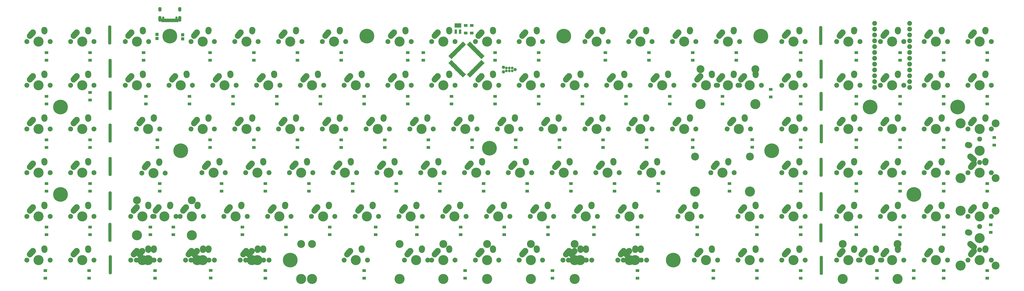
<source format=gbs>
G04 #@! TF.GenerationSoftware,KiCad,Pcbnew,(5.0.0-rc2-dev-733-g23a9fcd91)*
G04 #@! TF.CreationDate,2018-06-11T13:16:23-04:00*
G04 #@! TF.ProjectId,100plus-2,313030706C75732D322E6B696361645F,rev?*
G04 #@! TF.SameCoordinates,Original*
G04 #@! TF.FileFunction,Soldermask,Bot*
G04 #@! TF.FilePolarity,Negative*
%FSLAX45Y45*%
G04 Gerber Fmt 4.5, Leading zero omitted, Abs format (unit mm)*
G04 Created by KiCad (PCBNEW (5.0.0-rc2-dev-733-g23a9fcd91)) date 06/11/18 13:16:23*
%MOMM*%
%LPD*%
G01*
G04 APERTURE LIST*
%ADD10C,2.650000*%
%ADD11C,2.650000*%
%ADD12C,4.387800*%
%ADD13C,2.150000*%
%ADD14R,1.400000X1.395000*%
%ADD15O,1.400000X8.400000*%
%ADD16R,1.600000X1.300000*%
%ADD17C,3.448000*%
%ADD18R,0.700000X1.550000*%
%ADD19R,1.000000X1.550000*%
%ADD20O,1.400000X2.500000*%
%ADD21C,1.050000*%
%ADD22O,1.400000X2.000000*%
%ADD23C,1.184860*%
%ADD24C,1.388060*%
%ADD25C,1.385520*%
%ADD26R,1.050000X1.960000*%
%ADD27C,0.950000*%
%ADD28C,0.100000*%
%ADD29C,1.400000*%
%ADD30C,6.400000*%
%ADD31C,2.082800*%
G04 APERTURE END LIST*
D10*
X15253875Y-16189750D03*
D11*
X15251875Y-16218750D02*
X15255875Y-16160750D01*
D10*
X15255875Y-16160750D03*
X14686375Y-16341750D03*
D11*
X14620875Y-16414750D02*
X14751875Y-16268750D01*
D12*
X15001875Y-16668750D03*
D10*
X14751875Y-16268750D03*
D13*
X14493875Y-16668750D03*
X15509875Y-16668750D03*
D14*
X12701000Y-8927750D03*
X12701000Y-8750250D03*
D13*
X26463625Y-9048750D03*
X25447625Y-9048750D03*
D10*
X25705625Y-8648750D03*
D12*
X25955625Y-9048750D03*
D10*
X25640125Y-8721750D03*
D11*
X25574625Y-8794750D02*
X25705625Y-8648750D01*
D10*
X26209625Y-8540750D03*
X26207625Y-8569750D03*
D11*
X26205625Y-8598750D02*
X26209625Y-8540750D01*
D10*
X10967625Y-8569750D03*
D11*
X10965625Y-8598750D02*
X10969625Y-8540750D01*
D10*
X10969625Y-8540750D03*
X10400125Y-8721750D03*
D11*
X10334625Y-8794750D02*
X10465625Y-8648750D01*
D12*
X10715625Y-9048750D03*
D10*
X10465625Y-8648750D03*
D13*
X10207625Y-9048750D03*
X11223625Y-9048750D03*
D15*
X9553000Y-18775000D03*
X9543000Y-14492000D03*
X9548000Y-13037000D03*
X9543000Y-15994000D03*
X9527000Y-8759000D03*
X9537000Y-17361000D03*
X9543000Y-11626000D03*
X9543000Y-10217000D03*
D10*
X39542625Y-10474750D03*
D11*
X39540625Y-10503750D02*
X39544625Y-10445750D01*
D10*
X39544625Y-10445750D03*
X38975125Y-10626750D03*
D11*
X38909625Y-10699750D02*
X39040625Y-10553750D01*
D12*
X39290625Y-10953750D03*
D10*
X39040625Y-10553750D03*
D13*
X38782625Y-10953750D03*
X39798625Y-10953750D03*
X30273625Y-10953750D03*
X29257625Y-10953750D03*
D10*
X29515625Y-10553750D03*
D12*
X29765625Y-10953750D03*
D10*
X29450125Y-10626750D03*
D11*
X29384625Y-10699750D02*
X29515625Y-10553750D01*
D10*
X30019625Y-10445750D03*
X30017625Y-10474750D03*
D11*
X30015625Y-10503750D02*
X30019625Y-10445750D01*
D10*
X26207625Y-10474750D03*
D11*
X26205625Y-10503750D02*
X26209625Y-10445750D01*
D10*
X26209625Y-10445750D03*
X25640125Y-10626750D03*
D11*
X25574625Y-10699750D02*
X25705625Y-10553750D01*
D12*
X25955625Y-10953750D03*
D10*
X25705625Y-10553750D03*
D13*
X25447625Y-10953750D03*
X26463625Y-10953750D03*
D10*
X11443875Y-12379750D03*
D11*
X11441875Y-12408750D02*
X11445875Y-12350750D01*
D10*
X11445875Y-12350750D03*
X10876375Y-12531750D03*
D11*
X10810875Y-12604750D02*
X10941875Y-12458750D01*
D12*
X11191875Y-12858750D03*
D10*
X10941875Y-12458750D03*
D13*
X10683875Y-12858750D03*
X11699875Y-12858750D03*
D14*
X11587000Y-8735000D03*
X11587000Y-8912500D03*
D10*
X8586375Y-14284750D03*
D11*
X8584375Y-14313750D02*
X8588375Y-14255750D01*
D10*
X8588375Y-14255750D03*
X8018875Y-14436750D03*
D11*
X7953375Y-14509750D02*
X8084375Y-14363750D01*
D12*
X8334375Y-14763750D03*
D10*
X8084375Y-14363750D03*
D13*
X7826375Y-14763750D03*
X8842375Y-14763750D03*
D15*
X40476000Y-8791000D03*
X40492000Y-10249000D03*
X40492000Y-11658000D03*
D16*
X11700000Y-15235000D03*
X11700000Y-15565000D03*
D10*
X11682000Y-14300625D03*
D11*
X11680000Y-14329625D02*
X11684000Y-14271625D01*
D10*
X11684000Y-14271625D03*
X11114500Y-14452625D03*
D11*
X11049000Y-14525625D02*
X11180000Y-14379625D01*
D12*
X11430000Y-14779625D03*
D10*
X11180000Y-14379625D03*
D13*
X10922000Y-14779625D03*
X11938000Y-14779625D03*
D12*
X37388800Y-15589250D03*
X35001200Y-15589250D03*
D17*
X37388800Y-14065250D03*
X35001200Y-14065250D03*
D13*
X36703000Y-14763750D03*
X35687000Y-14763750D03*
D10*
X35945000Y-14363750D03*
D12*
X36195000Y-14763750D03*
D10*
X35879500Y-14436750D03*
D11*
X35814000Y-14509750D02*
X35945000Y-14363750D01*
D10*
X36449000Y-14255750D03*
X36447000Y-14284750D03*
D11*
X36445000Y-14313750D02*
X36449000Y-14255750D01*
D16*
X32900000Y-13335000D03*
X32900000Y-13665000D03*
D15*
X40486000Y-17393000D03*
D16*
X25018000Y-8347000D03*
X25018000Y-8677000D03*
X25282000Y-8346000D03*
X25282000Y-8676000D03*
X6776250Y-9865000D03*
X6776250Y-9535000D03*
X8676250Y-9535000D03*
X8676250Y-9865000D03*
X11000000Y-9865000D03*
X11000000Y-9535000D03*
X13900000Y-9535000D03*
X13900000Y-9865000D03*
X15800000Y-9865000D03*
X15800000Y-9535000D03*
X17700000Y-9535000D03*
X17700000Y-9865000D03*
X19600000Y-9865000D03*
X19600000Y-9535000D03*
X22500000Y-9535000D03*
X22500000Y-9865000D03*
X23173000Y-9862000D03*
X23173000Y-9532000D03*
X26300000Y-9865000D03*
X26300000Y-9535000D03*
X28200000Y-9865000D03*
X28200000Y-9535000D03*
X31100000Y-9535000D03*
X31100000Y-9865000D03*
X33000000Y-9865000D03*
X33000000Y-9535000D03*
X34900000Y-9535000D03*
X34900000Y-9865000D03*
X36800000Y-9865000D03*
X36800000Y-9535000D03*
X39600000Y-9535000D03*
X39600000Y-9865000D03*
X42023750Y-9865000D03*
X42023750Y-9535000D03*
X43923750Y-9535000D03*
X43923750Y-9865000D03*
X45823750Y-9865000D03*
X45823750Y-9535000D03*
X47723750Y-9535000D03*
X47723750Y-9865000D03*
X6776250Y-11765000D03*
X6776250Y-11435000D03*
X8676250Y-11265000D03*
X8676250Y-11595000D03*
X11100000Y-11765000D03*
X11100000Y-11435000D03*
X13000000Y-11435000D03*
X13000000Y-11765000D03*
X14900000Y-11765000D03*
X14900000Y-11435000D03*
X16800000Y-11435000D03*
X16800000Y-11765000D03*
X18700000Y-11765000D03*
X18700000Y-11435000D03*
X20600000Y-11435000D03*
X20600000Y-11765000D03*
X22500000Y-11765000D03*
X22500000Y-11435000D03*
X24400000Y-11435000D03*
X24400000Y-11765000D03*
X26300000Y-11435000D03*
X26300000Y-11765000D03*
X28200000Y-11435000D03*
X28200000Y-11765000D03*
X30100000Y-11765000D03*
X30100000Y-11435000D03*
X32000000Y-11435000D03*
X32000000Y-11765000D03*
X33900000Y-11765000D03*
X33900000Y-11435000D03*
X36200000Y-11435000D03*
X36200000Y-11765000D03*
X38300000Y-11465000D03*
X38300000Y-11135000D03*
X39600000Y-11435000D03*
X39600000Y-11765000D03*
X42023750Y-11765000D03*
X42023750Y-11435000D03*
X43923750Y-11435000D03*
X43923750Y-11765000D03*
X45823750Y-11435000D03*
X45823750Y-11765000D03*
X47723750Y-11435000D03*
X47723750Y-11765000D03*
X6776250Y-13665000D03*
X6776250Y-13335000D03*
X8676250Y-13335000D03*
X8676250Y-13665000D03*
X11600000Y-13665000D03*
X11600000Y-13335000D03*
X13900000Y-13335000D03*
X13900000Y-13665000D03*
X15800000Y-13665000D03*
X15800000Y-13335000D03*
X17700000Y-13335000D03*
X17700000Y-13665000D03*
X19600000Y-13665000D03*
X19600000Y-13335000D03*
X21500000Y-13335000D03*
X21500000Y-13665000D03*
X23400000Y-13665000D03*
X23400000Y-13335000D03*
X25300000Y-13335000D03*
X25300000Y-13665000D03*
X27200000Y-13665000D03*
X27200000Y-13335000D03*
X29100000Y-13335000D03*
X29100000Y-13665000D03*
X31000000Y-13665000D03*
X31000000Y-13335000D03*
X34900000Y-13665000D03*
X34900000Y-13335000D03*
X37497000Y-13326000D03*
X37497000Y-13656000D03*
X39600000Y-13665000D03*
X39600000Y-13335000D03*
X42023750Y-13335000D03*
X42023750Y-13665000D03*
X43923750Y-13665000D03*
X43923750Y-13335000D03*
X45823750Y-13335000D03*
X45823750Y-13665000D03*
X48023750Y-13565000D03*
X48023750Y-13235000D03*
X6776250Y-15235000D03*
X6776250Y-15565000D03*
X8676250Y-15565000D03*
X8676250Y-15235000D03*
X14400000Y-15565000D03*
X14400000Y-15235000D03*
X16300000Y-15235000D03*
X16300000Y-15565000D03*
X18200000Y-15565000D03*
X18200000Y-15235000D03*
X20100000Y-15235000D03*
X20100000Y-15565000D03*
X22000000Y-15565000D03*
X22000000Y-15235000D03*
X23900000Y-15235000D03*
X23900000Y-15565000D03*
X25800000Y-15565000D03*
X25800000Y-15235000D03*
X27700000Y-15565000D03*
X27700000Y-15235000D03*
X29600000Y-15565000D03*
X29600000Y-15235000D03*
X31500000Y-15235000D03*
X31500000Y-15565000D03*
X33400000Y-15565000D03*
X33400000Y-15235000D03*
X36500000Y-15235000D03*
X36500000Y-15565000D03*
X39600000Y-15565000D03*
X39600000Y-15235000D03*
X42023750Y-15235000D03*
X42023750Y-15565000D03*
X43923750Y-15565000D03*
X43923750Y-15235000D03*
X45823750Y-15235000D03*
X45823750Y-15565000D03*
X47723750Y-15565000D03*
X47723750Y-15235000D03*
X6776250Y-17465000D03*
X6776250Y-17135000D03*
X8676250Y-17465000D03*
X8676250Y-17135000D03*
X11300000Y-17465000D03*
X11300000Y-17135000D03*
X12300000Y-17135000D03*
X12300000Y-17465000D03*
X15300000Y-17465000D03*
X15300000Y-17135000D03*
X17200000Y-17135000D03*
X17200000Y-17465000D03*
X19100000Y-17135000D03*
X19100000Y-17465000D03*
X21100000Y-17465000D03*
X21100000Y-17135000D03*
X22900000Y-17135000D03*
X22900000Y-17465000D03*
X24800000Y-17135000D03*
X24800000Y-17465000D03*
X26700000Y-17135000D03*
X26700000Y-17465000D03*
X28600000Y-17135000D03*
X28600000Y-17465000D03*
X30600000Y-17135000D03*
X30600000Y-17465000D03*
X32500000Y-17135000D03*
X32500000Y-17465000D03*
X35100000Y-17465000D03*
X35100000Y-17135000D03*
X37700000Y-17465000D03*
X37700000Y-17135000D03*
X39600000Y-17135000D03*
X39600000Y-17465000D03*
X42023750Y-17135000D03*
X42023750Y-17465000D03*
X43923750Y-17135000D03*
X43923750Y-17465000D03*
X45823750Y-17135000D03*
X45823750Y-17465000D03*
X47873750Y-17365000D03*
X47873750Y-17035000D03*
X6726250Y-19365000D03*
X6726250Y-19035000D03*
X8626250Y-19365000D03*
X8626250Y-19035000D03*
X11500000Y-19035000D03*
X11500000Y-19365000D03*
X16300000Y-19035000D03*
X16300000Y-19365000D03*
X20600000Y-19365000D03*
X20600000Y-19035000D03*
X25000000Y-19365000D03*
X25000000Y-19035000D03*
X28800000Y-19365000D03*
X28800000Y-19035000D03*
X32500000Y-19035000D03*
X32500000Y-19365000D03*
X35800000Y-19365000D03*
X35800000Y-19035000D03*
X37700000Y-19365000D03*
X37700000Y-19035000D03*
X39600000Y-19365000D03*
X39600000Y-19035000D03*
X42923750Y-19365000D03*
X42923750Y-19035000D03*
X44523750Y-19365000D03*
X44523750Y-19035000D03*
X45823750Y-19035000D03*
X45823750Y-19365000D03*
X47723750Y-19365000D03*
X47723750Y-19035000D03*
D18*
X12119375Y-8126375D03*
D19*
X12464375Y-8126375D03*
X12384375Y-8126375D03*
X11904375Y-8126375D03*
D20*
X11712375Y-8059875D03*
D21*
X11855375Y-8009875D03*
D20*
X12576375Y-8059875D03*
D22*
X11712375Y-7641875D03*
X12576375Y-7641875D03*
D19*
X11824375Y-8126375D03*
D21*
X12433375Y-8009875D03*
D18*
X12169375Y-8126375D03*
X12219375Y-8126375D03*
X12269375Y-8126375D03*
X12319375Y-8126375D03*
X12069375Y-8126375D03*
X12019375Y-8126375D03*
X11969375Y-8126375D03*
D13*
X6937375Y-9048750D03*
X5921375Y-9048750D03*
D10*
X6179375Y-8648750D03*
D12*
X6429375Y-9048750D03*
D10*
X6113875Y-8721750D03*
D11*
X6048375Y-8794750D02*
X6179375Y-8648750D01*
D10*
X6683375Y-8540750D03*
X6681375Y-8569750D03*
D11*
X6679375Y-8598750D02*
X6683375Y-8540750D01*
D13*
X8842375Y-9048750D03*
X7826375Y-9048750D03*
D10*
X8084375Y-8648750D03*
D12*
X8334375Y-9048750D03*
D10*
X8018875Y-8721750D03*
D11*
X7953375Y-8794750D02*
X8084375Y-8648750D01*
D10*
X8588375Y-8540750D03*
X8586375Y-8569750D03*
D11*
X8584375Y-8598750D02*
X8588375Y-8540750D01*
D13*
X14081125Y-9048750D03*
X13065125Y-9048750D03*
D10*
X13323125Y-8648750D03*
D12*
X13573125Y-9048750D03*
D10*
X13257625Y-8721750D03*
D11*
X13192125Y-8794750D02*
X13323125Y-8648750D01*
D10*
X13827125Y-8540750D03*
X13825125Y-8569750D03*
D11*
X13823125Y-8598750D02*
X13827125Y-8540750D01*
D13*
X15986125Y-9048750D03*
X14970125Y-9048750D03*
D10*
X15228125Y-8648750D03*
D12*
X15478125Y-9048750D03*
D10*
X15162625Y-8721750D03*
D11*
X15097125Y-8794750D02*
X15228125Y-8648750D01*
D10*
X15732125Y-8540750D03*
X15730125Y-8569750D03*
D11*
X15728125Y-8598750D02*
X15732125Y-8540750D01*
D10*
X17635125Y-8569750D03*
D11*
X17633125Y-8598750D02*
X17637125Y-8540750D01*
D10*
X17637125Y-8540750D03*
X17067625Y-8721750D03*
D11*
X17002125Y-8794750D02*
X17133125Y-8648750D01*
D12*
X17383125Y-9048750D03*
D10*
X17133125Y-8648750D03*
D13*
X16875125Y-9048750D03*
X17891125Y-9048750D03*
D10*
X19540125Y-8569750D03*
D11*
X19538125Y-8598750D02*
X19542125Y-8540750D01*
D10*
X19542125Y-8540750D03*
X18972625Y-8721750D03*
D11*
X18907125Y-8794750D02*
X19038125Y-8648750D01*
D12*
X19288125Y-9048750D03*
D10*
X19038125Y-8648750D03*
D13*
X18780125Y-9048750D03*
X19796125Y-9048750D03*
X22653625Y-9048750D03*
X21637625Y-9048750D03*
D10*
X21895625Y-8648750D03*
D12*
X22145625Y-9048750D03*
D10*
X21830125Y-8721750D03*
D11*
X21764625Y-8794750D02*
X21895625Y-8648750D01*
D10*
X22399625Y-8540750D03*
X22397625Y-8569750D03*
D11*
X22395625Y-8598750D02*
X22399625Y-8540750D01*
D10*
X24302625Y-8569750D03*
D11*
X24300625Y-8598750D02*
X24304625Y-8540750D01*
D10*
X24304625Y-8540750D03*
X23735125Y-8721750D03*
D11*
X23669625Y-8794750D02*
X23800625Y-8648750D01*
D12*
X24050625Y-9048750D03*
D10*
X23800625Y-8648750D03*
D13*
X23542625Y-9048750D03*
X24558625Y-9048750D03*
X28368625Y-9048750D03*
X27352625Y-9048750D03*
D10*
X27610625Y-8648750D03*
D12*
X27860625Y-9048750D03*
D10*
X27545125Y-8721750D03*
D11*
X27479625Y-8794750D02*
X27610625Y-8648750D01*
D10*
X28114625Y-8540750D03*
X28112625Y-8569750D03*
D11*
X28110625Y-8598750D02*
X28114625Y-8540750D01*
D10*
X30970125Y-8569750D03*
D11*
X30968125Y-8598750D02*
X30972125Y-8540750D01*
D10*
X30972125Y-8540750D03*
X30402625Y-8721750D03*
D11*
X30337125Y-8794750D02*
X30468125Y-8648750D01*
D12*
X30718125Y-9048750D03*
D10*
X30468125Y-8648750D03*
D13*
X30210125Y-9048750D03*
X31226125Y-9048750D03*
X33131125Y-9048750D03*
X32115125Y-9048750D03*
D10*
X32373125Y-8648750D03*
D12*
X32623125Y-9048750D03*
D10*
X32307625Y-8721750D03*
D11*
X32242125Y-8794750D02*
X32373125Y-8648750D01*
D10*
X32877125Y-8540750D03*
X32875125Y-8569750D03*
D11*
X32873125Y-8598750D02*
X32877125Y-8540750D01*
D10*
X34780125Y-8569750D03*
D11*
X34778125Y-8598750D02*
X34782125Y-8540750D01*
D10*
X34782125Y-8540750D03*
X34212625Y-8721750D03*
D11*
X34147125Y-8794750D02*
X34278125Y-8648750D01*
D12*
X34528125Y-9048750D03*
D10*
X34278125Y-8648750D03*
D13*
X34020125Y-9048750D03*
X35036125Y-9048750D03*
D10*
X36685125Y-8569750D03*
D11*
X36683125Y-8598750D02*
X36687125Y-8540750D01*
D10*
X36687125Y-8540750D03*
X36117625Y-8721750D03*
D11*
X36052125Y-8794750D02*
X36183125Y-8648750D01*
D12*
X36433125Y-9048750D03*
D10*
X36183125Y-8648750D03*
D13*
X35925125Y-9048750D03*
X36941125Y-9048750D03*
X39798625Y-9048750D03*
X38782625Y-9048750D03*
D10*
X39040625Y-8648750D03*
D12*
X39290625Y-9048750D03*
D10*
X38975125Y-8721750D03*
D11*
X38909625Y-8794750D02*
X39040625Y-8648750D01*
D10*
X39544625Y-8540750D03*
X39542625Y-8569750D03*
D11*
X39540625Y-8598750D02*
X39544625Y-8540750D01*
D13*
X42179875Y-9048750D03*
X41163875Y-9048750D03*
D10*
X41421875Y-8648750D03*
D12*
X41671875Y-9048750D03*
D10*
X41356375Y-8721750D03*
D11*
X41290875Y-8794750D02*
X41421875Y-8648750D01*
D10*
X41925875Y-8540750D03*
X41923875Y-8569750D03*
D11*
X41921875Y-8598750D02*
X41925875Y-8540750D01*
D13*
X44084875Y-9048750D03*
X43068875Y-9048750D03*
D10*
X43326875Y-8648750D03*
D12*
X43576875Y-9048750D03*
D10*
X43261375Y-8721750D03*
D11*
X43195875Y-8794750D02*
X43326875Y-8648750D01*
D10*
X43830875Y-8540750D03*
X43828875Y-8569750D03*
D11*
X43826875Y-8598750D02*
X43830875Y-8540750D01*
D10*
X45733875Y-8569750D03*
D11*
X45731875Y-8598750D02*
X45735875Y-8540750D01*
D10*
X45735875Y-8540750D03*
X45166375Y-8721750D03*
D11*
X45100875Y-8794750D02*
X45231875Y-8648750D01*
D12*
X45481875Y-9048750D03*
D10*
X45231875Y-8648750D03*
D13*
X44973875Y-9048750D03*
X45989875Y-9048750D03*
D10*
X47638875Y-8569750D03*
D11*
X47636875Y-8598750D02*
X47640875Y-8540750D01*
D10*
X47640875Y-8540750D03*
X47071375Y-8721750D03*
D11*
X47005875Y-8794750D02*
X47136875Y-8648750D01*
D12*
X47386875Y-9048750D03*
D10*
X47136875Y-8648750D03*
D13*
X46878875Y-9048750D03*
X47894875Y-9048750D03*
D10*
X6681375Y-10474750D03*
D11*
X6679375Y-10503750D02*
X6683375Y-10445750D01*
D10*
X6683375Y-10445750D03*
X6113875Y-10626750D03*
D11*
X6048375Y-10699750D02*
X6179375Y-10553750D01*
D12*
X6429375Y-10953750D03*
D10*
X6179375Y-10553750D03*
D13*
X5921375Y-10953750D03*
X6937375Y-10953750D03*
X8842375Y-10953750D03*
X7826375Y-10953750D03*
D10*
X8084375Y-10553750D03*
D12*
X8334375Y-10953750D03*
D10*
X8018875Y-10626750D03*
D11*
X7953375Y-10699750D02*
X8084375Y-10553750D01*
D10*
X8588375Y-10445750D03*
X8586375Y-10474750D03*
D11*
X8584375Y-10503750D02*
X8588375Y-10445750D01*
D10*
X10967625Y-10474750D03*
D11*
X10965625Y-10503750D02*
X10969625Y-10445750D01*
D10*
X10969625Y-10445750D03*
X10400125Y-10626750D03*
D11*
X10334625Y-10699750D02*
X10465625Y-10553750D01*
D12*
X10715625Y-10953750D03*
D10*
X10465625Y-10553750D03*
D13*
X10207625Y-10953750D03*
X11223625Y-10953750D03*
X13128625Y-10953750D03*
X12112625Y-10953750D03*
D10*
X12370625Y-10553750D03*
D12*
X12620625Y-10953750D03*
D10*
X12305125Y-10626750D03*
D11*
X12239625Y-10699750D02*
X12370625Y-10553750D01*
D10*
X12874625Y-10445750D03*
X12872625Y-10474750D03*
D11*
X12870625Y-10503750D02*
X12874625Y-10445750D01*
D13*
X15033625Y-10953750D03*
X14017625Y-10953750D03*
D10*
X14275625Y-10553750D03*
D12*
X14525625Y-10953750D03*
D10*
X14210125Y-10626750D03*
D11*
X14144625Y-10699750D02*
X14275625Y-10553750D01*
D10*
X14779625Y-10445750D03*
X14777625Y-10474750D03*
D11*
X14775625Y-10503750D02*
X14779625Y-10445750D01*
D10*
X16682625Y-10474750D03*
D11*
X16680625Y-10503750D02*
X16684625Y-10445750D01*
D10*
X16684625Y-10445750D03*
X16115125Y-10626750D03*
D11*
X16049625Y-10699750D02*
X16180625Y-10553750D01*
D12*
X16430625Y-10953750D03*
D10*
X16180625Y-10553750D03*
D13*
X15922625Y-10953750D03*
X16938625Y-10953750D03*
D10*
X18587625Y-10474750D03*
D11*
X18585625Y-10503750D02*
X18589625Y-10445750D01*
D10*
X18589625Y-10445750D03*
X18020125Y-10626750D03*
D11*
X17954625Y-10699750D02*
X18085625Y-10553750D01*
D12*
X18335625Y-10953750D03*
D10*
X18085625Y-10553750D03*
D13*
X17827625Y-10953750D03*
X18843625Y-10953750D03*
X20748625Y-10953750D03*
X19732625Y-10953750D03*
D10*
X19990625Y-10553750D03*
D12*
X20240625Y-10953750D03*
D10*
X19925125Y-10626750D03*
D11*
X19859625Y-10699750D02*
X19990625Y-10553750D01*
D10*
X20494625Y-10445750D03*
X20492625Y-10474750D03*
D11*
X20490625Y-10503750D02*
X20494625Y-10445750D01*
D10*
X22397625Y-10474750D03*
D11*
X22395625Y-10503750D02*
X22399625Y-10445750D01*
D10*
X22399625Y-10445750D03*
X21830125Y-10626750D03*
D11*
X21764625Y-10699750D02*
X21895625Y-10553750D01*
D12*
X22145625Y-10953750D03*
D10*
X21895625Y-10553750D03*
D13*
X21637625Y-10953750D03*
X22653625Y-10953750D03*
X24558625Y-10953750D03*
X23542625Y-10953750D03*
D10*
X23800625Y-10553750D03*
D12*
X24050625Y-10953750D03*
D10*
X23735125Y-10626750D03*
D11*
X23669625Y-10699750D02*
X23800625Y-10553750D01*
D10*
X24304625Y-10445750D03*
X24302625Y-10474750D03*
D11*
X24300625Y-10503750D02*
X24304625Y-10445750D01*
D10*
X28112625Y-10474750D03*
D11*
X28110625Y-10503750D02*
X28114625Y-10445750D01*
D10*
X28114625Y-10445750D03*
X27545125Y-10626750D03*
D11*
X27479625Y-10699750D02*
X27610625Y-10553750D01*
D12*
X27860625Y-10953750D03*
D10*
X27610625Y-10553750D03*
D13*
X27352625Y-10953750D03*
X28368625Y-10953750D03*
D10*
X31922625Y-10474750D03*
D11*
X31920625Y-10503750D02*
X31924625Y-10445750D01*
D10*
X31924625Y-10445750D03*
X31355125Y-10626750D03*
D11*
X31289625Y-10699750D02*
X31420625Y-10553750D01*
D12*
X31670625Y-10953750D03*
D10*
X31420625Y-10553750D03*
D13*
X31162625Y-10953750D03*
X32178625Y-10953750D03*
X34083625Y-10953750D03*
X33067625Y-10953750D03*
D10*
X33325625Y-10553750D03*
D12*
X33575625Y-10953750D03*
D10*
X33260125Y-10626750D03*
D11*
X33194625Y-10699750D02*
X33325625Y-10553750D01*
D10*
X33829625Y-10445750D03*
X33827625Y-10474750D03*
D11*
X33825625Y-10503750D02*
X33829625Y-10445750D01*
D13*
X35988625Y-10953750D03*
X34972625Y-10953750D03*
D10*
X35230625Y-10553750D03*
D12*
X35480625Y-10953750D03*
D10*
X35165125Y-10626750D03*
D11*
X35099625Y-10699750D02*
X35230625Y-10553750D01*
D10*
X35734625Y-10445750D03*
X35732625Y-10474750D03*
D11*
X35730625Y-10503750D02*
X35734625Y-10445750D01*
D13*
X37893625Y-10953750D03*
X36877625Y-10953750D03*
D10*
X37135625Y-10553750D03*
D12*
X37385625Y-10953750D03*
D10*
X37070125Y-10626750D03*
D11*
X37004625Y-10699750D02*
X37135625Y-10553750D01*
D10*
X37639625Y-10445750D03*
X37637625Y-10474750D03*
D11*
X37635625Y-10503750D02*
X37639625Y-10445750D01*
D10*
X41923875Y-10474750D03*
D11*
X41921875Y-10503750D02*
X41925875Y-10445750D01*
D10*
X41925875Y-10445750D03*
X41356375Y-10626750D03*
D11*
X41290875Y-10699750D02*
X41421875Y-10553750D01*
D12*
X41671875Y-10953750D03*
D10*
X41421875Y-10553750D03*
D13*
X41163875Y-10953750D03*
X42179875Y-10953750D03*
X44084875Y-10953750D03*
X43068875Y-10953750D03*
D10*
X43326875Y-10553750D03*
D12*
X43576875Y-10953750D03*
D10*
X43261375Y-10626750D03*
D11*
X43195875Y-10699750D02*
X43326875Y-10553750D01*
D10*
X43830875Y-10445750D03*
X43828875Y-10474750D03*
D11*
X43826875Y-10503750D02*
X43830875Y-10445750D01*
D13*
X45989875Y-10953750D03*
X44973875Y-10953750D03*
D10*
X45231875Y-10553750D03*
D12*
X45481875Y-10953750D03*
D10*
X45166375Y-10626750D03*
D11*
X45100875Y-10699750D02*
X45231875Y-10553750D01*
D10*
X45735875Y-10445750D03*
X45733875Y-10474750D03*
D11*
X45731875Y-10503750D02*
X45735875Y-10445750D01*
D13*
X47894875Y-10953750D03*
X46878875Y-10953750D03*
D10*
X47136875Y-10553750D03*
D12*
X47386875Y-10953750D03*
D10*
X47071375Y-10626750D03*
D11*
X47005875Y-10699750D02*
X47136875Y-10553750D01*
D10*
X47640875Y-10445750D03*
X47638875Y-10474750D03*
D11*
X47636875Y-10503750D02*
X47640875Y-10445750D01*
D10*
X6681375Y-12379750D03*
D11*
X6679375Y-12408750D02*
X6683375Y-12350750D01*
D10*
X6683375Y-12350750D03*
X6113875Y-12531750D03*
D11*
X6048375Y-12604750D02*
X6179375Y-12458750D01*
D12*
X6429375Y-12858750D03*
D10*
X6179375Y-12458750D03*
D13*
X5921375Y-12858750D03*
X6937375Y-12858750D03*
X8842375Y-12858750D03*
X7826375Y-12858750D03*
D10*
X8084375Y-12458750D03*
D12*
X8334375Y-12858750D03*
D10*
X8018875Y-12531750D03*
D11*
X7953375Y-12604750D02*
X8084375Y-12458750D01*
D10*
X8588375Y-12350750D03*
X8586375Y-12379750D03*
D11*
X8584375Y-12408750D02*
X8588375Y-12350750D01*
D13*
X14081125Y-12858750D03*
X13065125Y-12858750D03*
D10*
X13323125Y-12458750D03*
D12*
X13573125Y-12858750D03*
D10*
X13257625Y-12531750D03*
D11*
X13192125Y-12604750D02*
X13323125Y-12458750D01*
D10*
X13827125Y-12350750D03*
X13825125Y-12379750D03*
D11*
X13823125Y-12408750D02*
X13827125Y-12350750D01*
D13*
X15986125Y-12858750D03*
X14970125Y-12858750D03*
D10*
X15228125Y-12458750D03*
D12*
X15478125Y-12858750D03*
D10*
X15162625Y-12531750D03*
D11*
X15097125Y-12604750D02*
X15228125Y-12458750D01*
D10*
X15732125Y-12350750D03*
X15730125Y-12379750D03*
D11*
X15728125Y-12408750D02*
X15732125Y-12350750D01*
D10*
X17635125Y-12379750D03*
D11*
X17633125Y-12408750D02*
X17637125Y-12350750D01*
D10*
X17637125Y-12350750D03*
X17067625Y-12531750D03*
D11*
X17002125Y-12604750D02*
X17133125Y-12458750D01*
D12*
X17383125Y-12858750D03*
D10*
X17133125Y-12458750D03*
D13*
X16875125Y-12858750D03*
X17891125Y-12858750D03*
D10*
X19540125Y-12379750D03*
D11*
X19538125Y-12408750D02*
X19542125Y-12350750D01*
D10*
X19542125Y-12350750D03*
X18972625Y-12531750D03*
D11*
X18907125Y-12604750D02*
X19038125Y-12458750D01*
D12*
X19288125Y-12858750D03*
D10*
X19038125Y-12458750D03*
D13*
X18780125Y-12858750D03*
X19796125Y-12858750D03*
X21701125Y-12858750D03*
X20685125Y-12858750D03*
D10*
X20943125Y-12458750D03*
D12*
X21193125Y-12858750D03*
D10*
X20877625Y-12531750D03*
D11*
X20812125Y-12604750D02*
X20943125Y-12458750D01*
D10*
X21447125Y-12350750D03*
X21445125Y-12379750D03*
D11*
X21443125Y-12408750D02*
X21447125Y-12350750D01*
D13*
X23606125Y-12858750D03*
X22590125Y-12858750D03*
D10*
X22848125Y-12458750D03*
D12*
X23098125Y-12858750D03*
D10*
X22782625Y-12531750D03*
D11*
X22717125Y-12604750D02*
X22848125Y-12458750D01*
D10*
X23352125Y-12350750D03*
X23350125Y-12379750D03*
D11*
X23348125Y-12408750D02*
X23352125Y-12350750D01*
D13*
X25511125Y-12858750D03*
X24495125Y-12858750D03*
D10*
X24753125Y-12458750D03*
D12*
X25003125Y-12858750D03*
D10*
X24687625Y-12531750D03*
D11*
X24622125Y-12604750D02*
X24753125Y-12458750D01*
D10*
X25257125Y-12350750D03*
X25255125Y-12379750D03*
D11*
X25253125Y-12408750D02*
X25257125Y-12350750D01*
D10*
X27160125Y-12379750D03*
D11*
X27158125Y-12408750D02*
X27162125Y-12350750D01*
D10*
X27162125Y-12350750D03*
X26592625Y-12531750D03*
D11*
X26527125Y-12604750D02*
X26658125Y-12458750D01*
D12*
X26908125Y-12858750D03*
D10*
X26658125Y-12458750D03*
D13*
X26400125Y-12858750D03*
X27416125Y-12858750D03*
D10*
X29065125Y-12379750D03*
D11*
X29063125Y-12408750D02*
X29067125Y-12350750D01*
D10*
X29067125Y-12350750D03*
X28497625Y-12531750D03*
D11*
X28432125Y-12604750D02*
X28563125Y-12458750D01*
D12*
X28813125Y-12858750D03*
D10*
X28563125Y-12458750D03*
D13*
X28305125Y-12858750D03*
X29321125Y-12858750D03*
X31226125Y-12858750D03*
X30210125Y-12858750D03*
D10*
X30468125Y-12458750D03*
D12*
X30718125Y-12858750D03*
D10*
X30402625Y-12531750D03*
D11*
X30337125Y-12604750D02*
X30468125Y-12458750D01*
D10*
X30972125Y-12350750D03*
X30970125Y-12379750D03*
D11*
X30968125Y-12408750D02*
X30972125Y-12350750D01*
D13*
X33131125Y-12858750D03*
X32115125Y-12858750D03*
D10*
X32373125Y-12458750D03*
D12*
X32623125Y-12858750D03*
D10*
X32307625Y-12531750D03*
D11*
X32242125Y-12604750D02*
X32373125Y-12458750D01*
D10*
X32877125Y-12350750D03*
X32875125Y-12379750D03*
D11*
X32873125Y-12408750D02*
X32877125Y-12350750D01*
D10*
X34780125Y-12379750D03*
D11*
X34778125Y-12408750D02*
X34782125Y-12350750D01*
D10*
X34782125Y-12350750D03*
X34212625Y-12531750D03*
D11*
X34147125Y-12604750D02*
X34278125Y-12458750D01*
D12*
X34528125Y-12858750D03*
D10*
X34278125Y-12458750D03*
D13*
X34020125Y-12858750D03*
X35036125Y-12858750D03*
D10*
X37161375Y-12379750D03*
D11*
X37159375Y-12408750D02*
X37163375Y-12350750D01*
D10*
X37163375Y-12350750D03*
X36593875Y-12531750D03*
D11*
X36528375Y-12604750D02*
X36659375Y-12458750D01*
D12*
X36909375Y-12858750D03*
D10*
X36659375Y-12458750D03*
D13*
X36401375Y-12858750D03*
X37417375Y-12858750D03*
D10*
X39542625Y-12379750D03*
D11*
X39540625Y-12408750D02*
X39544625Y-12350750D01*
D10*
X39544625Y-12350750D03*
X38975125Y-12531750D03*
D11*
X38909625Y-12604750D02*
X39040625Y-12458750D01*
D12*
X39290625Y-12858750D03*
D10*
X39040625Y-12458750D03*
D13*
X38782625Y-12858750D03*
X39798625Y-12858750D03*
X42179875Y-12858750D03*
X41163875Y-12858750D03*
D10*
X41421875Y-12458750D03*
D12*
X41671875Y-12858750D03*
D10*
X41356375Y-12531750D03*
D11*
X41290875Y-12604750D02*
X41421875Y-12458750D01*
D10*
X41925875Y-12350750D03*
X41923875Y-12379750D03*
D11*
X41921875Y-12408750D02*
X41925875Y-12350750D01*
D13*
X44084875Y-12858750D03*
X43068875Y-12858750D03*
D10*
X43326875Y-12458750D03*
D12*
X43576875Y-12858750D03*
D10*
X43261375Y-12531750D03*
D11*
X43195875Y-12604750D02*
X43326875Y-12458750D01*
D10*
X43830875Y-12350750D03*
X43828875Y-12379750D03*
D11*
X43826875Y-12408750D02*
X43830875Y-12350750D01*
D10*
X45733875Y-12379750D03*
D11*
X45731875Y-12408750D02*
X45735875Y-12350750D01*
D10*
X45735875Y-12350750D03*
X45166375Y-12531750D03*
D11*
X45100875Y-12604750D02*
X45231875Y-12458750D01*
D12*
X45481875Y-12858750D03*
D10*
X45231875Y-12458750D03*
D13*
X44973875Y-12858750D03*
X45989875Y-12858750D03*
X47894875Y-12858750D03*
X46878875Y-12858750D03*
D10*
X47136875Y-12458750D03*
D12*
X47386875Y-12858750D03*
D10*
X47071375Y-12531750D03*
D11*
X47005875Y-12604750D02*
X47136875Y-12458750D01*
D10*
X47640875Y-12350750D03*
X47638875Y-12379750D03*
D11*
X47636875Y-12408750D02*
X47640875Y-12350750D01*
D12*
X46561375Y-12617450D03*
X46561375Y-15005050D03*
D17*
X48085375Y-12617450D03*
X48085375Y-15005050D03*
D13*
X47386875Y-13303250D03*
X47386875Y-14319250D03*
D10*
X46986875Y-14061250D03*
D12*
X47386875Y-13811250D03*
D10*
X47059875Y-14126750D03*
D11*
X47132875Y-14192250D02*
X46986875Y-14061250D01*
D10*
X46878875Y-13557250D03*
X46907875Y-13559250D03*
D11*
X46936875Y-13561250D02*
X46878875Y-13557250D01*
D13*
X6937375Y-14763750D03*
X5921375Y-14763750D03*
D10*
X6179375Y-14363750D03*
D12*
X6429375Y-14763750D03*
D10*
X6113875Y-14436750D03*
D11*
X6048375Y-14509750D02*
X6179375Y-14363750D01*
D10*
X6683375Y-14255750D03*
X6681375Y-14284750D03*
D11*
X6679375Y-14313750D02*
X6683375Y-14255750D01*
D10*
X14301375Y-14284750D03*
D11*
X14299375Y-14313750D02*
X14303375Y-14255750D01*
D10*
X14303375Y-14255750D03*
X13733875Y-14436750D03*
D11*
X13668375Y-14509750D02*
X13799375Y-14363750D01*
D12*
X14049375Y-14763750D03*
D10*
X13799375Y-14363750D03*
D13*
X13541375Y-14763750D03*
X14557375Y-14763750D03*
X16462375Y-14763750D03*
X15446375Y-14763750D03*
D10*
X15704375Y-14363750D03*
D12*
X15954375Y-14763750D03*
D10*
X15638875Y-14436750D03*
D11*
X15573375Y-14509750D02*
X15704375Y-14363750D01*
D10*
X16208375Y-14255750D03*
X16206375Y-14284750D03*
D11*
X16204375Y-14313750D02*
X16208375Y-14255750D01*
D13*
X18367375Y-14763750D03*
X17351375Y-14763750D03*
D10*
X17609375Y-14363750D03*
D12*
X17859375Y-14763750D03*
D10*
X17543875Y-14436750D03*
D11*
X17478375Y-14509750D02*
X17609375Y-14363750D01*
D10*
X18113375Y-14255750D03*
X18111375Y-14284750D03*
D11*
X18109375Y-14313750D02*
X18113375Y-14255750D01*
D10*
X20016375Y-14284750D03*
D11*
X20014375Y-14313750D02*
X20018375Y-14255750D01*
D10*
X20018375Y-14255750D03*
X19448875Y-14436750D03*
D11*
X19383375Y-14509750D02*
X19514375Y-14363750D01*
D12*
X19764375Y-14763750D03*
D10*
X19514375Y-14363750D03*
D13*
X19256375Y-14763750D03*
X20272375Y-14763750D03*
X22177375Y-14763750D03*
X21161375Y-14763750D03*
D10*
X21419375Y-14363750D03*
D12*
X21669375Y-14763750D03*
D10*
X21353875Y-14436750D03*
D11*
X21288375Y-14509750D02*
X21419375Y-14363750D01*
D10*
X21923375Y-14255750D03*
X21921375Y-14284750D03*
D11*
X21919375Y-14313750D02*
X21923375Y-14255750D01*
D13*
X24082375Y-14763750D03*
X23066375Y-14763750D03*
D10*
X23324375Y-14363750D03*
D12*
X23574375Y-14763750D03*
D10*
X23258875Y-14436750D03*
D11*
X23193375Y-14509750D02*
X23324375Y-14363750D01*
D10*
X23828375Y-14255750D03*
X23826375Y-14284750D03*
D11*
X23824375Y-14313750D02*
X23828375Y-14255750D01*
D13*
X25987375Y-14763750D03*
X24971375Y-14763750D03*
D10*
X25229375Y-14363750D03*
D12*
X25479375Y-14763750D03*
D10*
X25163875Y-14436750D03*
D11*
X25098375Y-14509750D02*
X25229375Y-14363750D01*
D10*
X25733375Y-14255750D03*
X25731375Y-14284750D03*
D11*
X25729375Y-14313750D02*
X25733375Y-14255750D01*
D10*
X27636375Y-14284750D03*
D11*
X27634375Y-14313750D02*
X27638375Y-14255750D01*
D10*
X27638375Y-14255750D03*
X27068875Y-14436750D03*
D11*
X27003375Y-14509750D02*
X27134375Y-14363750D01*
D12*
X27384375Y-14763750D03*
D10*
X27134375Y-14363750D03*
D13*
X26876375Y-14763750D03*
X27892375Y-14763750D03*
D10*
X29541375Y-14284750D03*
D11*
X29539375Y-14313750D02*
X29543375Y-14255750D01*
D10*
X29543375Y-14255750D03*
X28973875Y-14436750D03*
D11*
X28908375Y-14509750D02*
X29039375Y-14363750D01*
D12*
X29289375Y-14763750D03*
D10*
X29039375Y-14363750D03*
D13*
X28781375Y-14763750D03*
X29797375Y-14763750D03*
X31702375Y-14763750D03*
X30686375Y-14763750D03*
D10*
X30944375Y-14363750D03*
D12*
X31194375Y-14763750D03*
D10*
X30878875Y-14436750D03*
D11*
X30813375Y-14509750D02*
X30944375Y-14363750D01*
D10*
X31448375Y-14255750D03*
X31446375Y-14284750D03*
D11*
X31444375Y-14313750D02*
X31448375Y-14255750D01*
D10*
X33351375Y-14284750D03*
D11*
X33349375Y-14313750D02*
X33353375Y-14255750D01*
D10*
X33353375Y-14255750D03*
X32783875Y-14436750D03*
D11*
X32718375Y-14509750D02*
X32849375Y-14363750D01*
D12*
X33099375Y-14763750D03*
D10*
X32849375Y-14363750D03*
D13*
X32591375Y-14763750D03*
X33607375Y-14763750D03*
X39798625Y-14763750D03*
X38782625Y-14763750D03*
D10*
X39040625Y-14363750D03*
D12*
X39290625Y-14763750D03*
D10*
X38975125Y-14436750D03*
D11*
X38909625Y-14509750D02*
X39040625Y-14363750D01*
D10*
X39544625Y-14255750D03*
X39542625Y-14284750D03*
D11*
X39540625Y-14313750D02*
X39544625Y-14255750D01*
D10*
X41923875Y-14284750D03*
D11*
X41921875Y-14313750D02*
X41925875Y-14255750D01*
D10*
X41925875Y-14255750D03*
X41356375Y-14436750D03*
D11*
X41290875Y-14509750D02*
X41421875Y-14363750D01*
D12*
X41671875Y-14763750D03*
D10*
X41421875Y-14363750D03*
D13*
X41163875Y-14763750D03*
X42179875Y-14763750D03*
X44084875Y-14763750D03*
X43068875Y-14763750D03*
D10*
X43326875Y-14363750D03*
D12*
X43576875Y-14763750D03*
D10*
X43261375Y-14436750D03*
D11*
X43195875Y-14509750D02*
X43326875Y-14363750D01*
D10*
X43830875Y-14255750D03*
X43828875Y-14284750D03*
D11*
X43826875Y-14313750D02*
X43830875Y-14255750D01*
D10*
X45733875Y-14284750D03*
D11*
X45731875Y-14313750D02*
X45735875Y-14255750D01*
D10*
X45735875Y-14255750D03*
X45166375Y-14436750D03*
D11*
X45100875Y-14509750D02*
X45231875Y-14363750D01*
D12*
X45481875Y-14763750D03*
D10*
X45231875Y-14363750D03*
D13*
X44973875Y-14763750D03*
X45989875Y-14763750D03*
X47894875Y-14763750D03*
X46878875Y-14763750D03*
D10*
X47136875Y-14363750D03*
D12*
X47386875Y-14763750D03*
D10*
X47071375Y-14436750D03*
D11*
X47005875Y-14509750D02*
X47136875Y-14363750D01*
D10*
X47640875Y-14255750D03*
X47638875Y-14284750D03*
D11*
X47636875Y-14313750D02*
X47640875Y-14255750D01*
D10*
X6681375Y-16189750D03*
D11*
X6679375Y-16218750D02*
X6683375Y-16160750D01*
D10*
X6683375Y-16160750D03*
X6113875Y-16341750D03*
D11*
X6048375Y-16414750D02*
X6179375Y-16268750D01*
D12*
X6429375Y-16668750D03*
D10*
X6179375Y-16268750D03*
D13*
X5921375Y-16668750D03*
X6937375Y-16668750D03*
X8842375Y-16668750D03*
X7826375Y-16668750D03*
D10*
X8084375Y-16268750D03*
D12*
X8334375Y-16668750D03*
D10*
X8018875Y-16341750D03*
D11*
X7953375Y-16414750D02*
X8084375Y-16268750D01*
D10*
X8588375Y-16160750D03*
X8586375Y-16189750D03*
D11*
X8584375Y-16218750D02*
X8588375Y-16160750D01*
D10*
X11205750Y-16189750D03*
D11*
X11203750Y-16218750D02*
X11207750Y-16160750D01*
D10*
X11207750Y-16160750D03*
X10638250Y-16341750D03*
D11*
X10572750Y-16414750D02*
X10703750Y-16268750D01*
D12*
X10953750Y-16668750D03*
D10*
X10703750Y-16268750D03*
D13*
X10445750Y-16668750D03*
X11461750Y-16668750D03*
D10*
X12158250Y-16189750D03*
D11*
X12156250Y-16218750D02*
X12160250Y-16160750D01*
D10*
X12160250Y-16160750D03*
X11590750Y-16341750D03*
D11*
X11525250Y-16414750D02*
X11656250Y-16268750D01*
D12*
X11906250Y-16668750D03*
D10*
X11656250Y-16268750D03*
D13*
X11398250Y-16668750D03*
X12414250Y-16668750D03*
D17*
X10712450Y-15970250D03*
X13100050Y-15970250D03*
D12*
X10712450Y-17494250D03*
X13100050Y-17494250D03*
D10*
X17158875Y-16189750D03*
D11*
X17156875Y-16218750D02*
X17160875Y-16160750D01*
D10*
X17160875Y-16160750D03*
X16591375Y-16341750D03*
D11*
X16525875Y-16414750D02*
X16656875Y-16268750D01*
D12*
X16906875Y-16668750D03*
D10*
X16656875Y-16268750D03*
D13*
X16398875Y-16668750D03*
X17414875Y-16668750D03*
X19319875Y-16668750D03*
X18303875Y-16668750D03*
D10*
X18561875Y-16268750D03*
D12*
X18811875Y-16668750D03*
D10*
X18496375Y-16341750D03*
D11*
X18430875Y-16414750D02*
X18561875Y-16268750D01*
D10*
X19065875Y-16160750D03*
X19063875Y-16189750D03*
D11*
X19061875Y-16218750D02*
X19065875Y-16160750D01*
D10*
X20968875Y-16189750D03*
D11*
X20966875Y-16218750D02*
X20970875Y-16160750D01*
D10*
X20970875Y-16160750D03*
X20401375Y-16341750D03*
D11*
X20335875Y-16414750D02*
X20466875Y-16268750D01*
D12*
X20716875Y-16668750D03*
D10*
X20466875Y-16268750D03*
D13*
X20208875Y-16668750D03*
X21224875Y-16668750D03*
X23129875Y-16668750D03*
X22113875Y-16668750D03*
D10*
X22371875Y-16268750D03*
D12*
X22621875Y-16668750D03*
D10*
X22306375Y-16341750D03*
D11*
X22240875Y-16414750D02*
X22371875Y-16268750D01*
D10*
X22875875Y-16160750D03*
X22873875Y-16189750D03*
D11*
X22871875Y-16218750D02*
X22875875Y-16160750D01*
D10*
X24778875Y-16189750D03*
D11*
X24776875Y-16218750D02*
X24780875Y-16160750D01*
D10*
X24780875Y-16160750D03*
X24211375Y-16341750D03*
D11*
X24145875Y-16414750D02*
X24276875Y-16268750D01*
D12*
X24526875Y-16668750D03*
D10*
X24276875Y-16268750D03*
D13*
X24018875Y-16668750D03*
X25034875Y-16668750D03*
X26939875Y-16668750D03*
X25923875Y-16668750D03*
D10*
X26181875Y-16268750D03*
D12*
X26431875Y-16668750D03*
D10*
X26116375Y-16341750D03*
D11*
X26050875Y-16414750D02*
X26181875Y-16268750D01*
D10*
X26685875Y-16160750D03*
X26683875Y-16189750D03*
D11*
X26681875Y-16218750D02*
X26685875Y-16160750D01*
D10*
X28588875Y-16189750D03*
D11*
X28586875Y-16218750D02*
X28590875Y-16160750D01*
D10*
X28590875Y-16160750D03*
X28021375Y-16341750D03*
D11*
X27955875Y-16414750D02*
X28086875Y-16268750D01*
D12*
X28336875Y-16668750D03*
D10*
X28086875Y-16268750D03*
D13*
X27828875Y-16668750D03*
X28844875Y-16668750D03*
X30749875Y-16668750D03*
X29733875Y-16668750D03*
D10*
X29991875Y-16268750D03*
D12*
X30241875Y-16668750D03*
D10*
X29926375Y-16341750D03*
D11*
X29860875Y-16414750D02*
X29991875Y-16268750D01*
D10*
X30495875Y-16160750D03*
X30493875Y-16189750D03*
D11*
X30491875Y-16218750D02*
X30495875Y-16160750D01*
D13*
X32654875Y-16668750D03*
X31638875Y-16668750D03*
D10*
X31896875Y-16268750D03*
D12*
X32146875Y-16668750D03*
D10*
X31831375Y-16341750D03*
D11*
X31765875Y-16414750D02*
X31896875Y-16268750D01*
D10*
X32400875Y-16160750D03*
X32398875Y-16189750D03*
D11*
X32396875Y-16218750D02*
X32400875Y-16160750D01*
D10*
X35018250Y-16189750D03*
D11*
X35016250Y-16218750D02*
X35020250Y-16160750D01*
D10*
X35020250Y-16160750D03*
X34450750Y-16341750D03*
D11*
X34385250Y-16414750D02*
X34516250Y-16268750D01*
D12*
X34766250Y-16668750D03*
D10*
X34516250Y-16268750D03*
D13*
X34258250Y-16668750D03*
X35274250Y-16668750D03*
D10*
X37637625Y-16189750D03*
D11*
X37635625Y-16218750D02*
X37639625Y-16160750D01*
D10*
X37639625Y-16160750D03*
X37070125Y-16341750D03*
D11*
X37004625Y-16414750D02*
X37135625Y-16268750D01*
D12*
X37385625Y-16668750D03*
D10*
X37135625Y-16268750D03*
D13*
X36877625Y-16668750D03*
X37893625Y-16668750D03*
X39798625Y-16668750D03*
X38782625Y-16668750D03*
D10*
X39040625Y-16268750D03*
D12*
X39290625Y-16668750D03*
D10*
X38975125Y-16341750D03*
D11*
X38909625Y-16414750D02*
X39040625Y-16268750D01*
D10*
X39544625Y-16160750D03*
X39542625Y-16189750D03*
D11*
X39540625Y-16218750D02*
X39544625Y-16160750D01*
D10*
X41923875Y-16189750D03*
D11*
X41921875Y-16218750D02*
X41925875Y-16160750D01*
D10*
X41925875Y-16160750D03*
X41356375Y-16341750D03*
D11*
X41290875Y-16414750D02*
X41421875Y-16268750D01*
D12*
X41671875Y-16668750D03*
D10*
X41421875Y-16268750D03*
D13*
X41163875Y-16668750D03*
X42179875Y-16668750D03*
X44084875Y-16668750D03*
X43068875Y-16668750D03*
D10*
X43326875Y-16268750D03*
D12*
X43576875Y-16668750D03*
D10*
X43261375Y-16341750D03*
D11*
X43195875Y-16414750D02*
X43326875Y-16268750D01*
D10*
X43830875Y-16160750D03*
X43828875Y-16189750D03*
D11*
X43826875Y-16218750D02*
X43830875Y-16160750D01*
D10*
X45733875Y-16189750D03*
D11*
X45731875Y-16218750D02*
X45735875Y-16160750D01*
D10*
X45735875Y-16160750D03*
X45166375Y-16341750D03*
D11*
X45100875Y-16414750D02*
X45231875Y-16268750D01*
D12*
X45481875Y-16668750D03*
D10*
X45231875Y-16268750D03*
D13*
X44973875Y-16668750D03*
X45989875Y-16668750D03*
D10*
X47638875Y-16189750D03*
D11*
X47636875Y-16218750D02*
X47640875Y-16160750D01*
D10*
X47640875Y-16160750D03*
X47071375Y-16341750D03*
D11*
X47005875Y-16414750D02*
X47136875Y-16268750D01*
D12*
X47386875Y-16668750D03*
D10*
X47136875Y-16268750D03*
D13*
X46878875Y-16668750D03*
X47894875Y-16668750D03*
D10*
X13348875Y-16189750D03*
D11*
X13346875Y-16218750D02*
X13350875Y-16160750D01*
D10*
X13350875Y-16160750D03*
X12781375Y-16341750D03*
D11*
X12715875Y-16414750D02*
X12846875Y-16268750D01*
D12*
X13096875Y-16668750D03*
D10*
X12846875Y-16268750D03*
D13*
X12588875Y-16668750D03*
X13604875Y-16668750D03*
D10*
X46907875Y-17369250D03*
D11*
X46936875Y-17371250D02*
X46878875Y-17367250D01*
D10*
X46878875Y-17367250D03*
X47059875Y-17936750D03*
D11*
X47132875Y-18002250D02*
X46986875Y-17871250D01*
D12*
X47386875Y-17621250D03*
D10*
X46986875Y-17871250D03*
D13*
X47386875Y-18129250D03*
X47386875Y-17113250D03*
D17*
X48085375Y-18815050D03*
X48085375Y-16427450D03*
D12*
X46561375Y-18815050D03*
X46561375Y-16427450D03*
D10*
X24302625Y-18094750D03*
D11*
X24300625Y-18123750D02*
X24304625Y-18065750D01*
D10*
X24304625Y-18065750D03*
X23735125Y-18246750D03*
D11*
X23669625Y-18319750D02*
X23800625Y-18173750D01*
D12*
X24050625Y-18573750D03*
D10*
X23800625Y-18173750D03*
D13*
X23542625Y-18573750D03*
X24558625Y-18573750D03*
D17*
X18335625Y-17875250D03*
X29765625Y-17875250D03*
D12*
X18335625Y-19399250D03*
X29765625Y-19399250D03*
D13*
X6937375Y-18573750D03*
X5921375Y-18573750D03*
D10*
X6179375Y-18173750D03*
D12*
X6429375Y-18573750D03*
D10*
X6113875Y-18246750D03*
D11*
X6048375Y-18319750D02*
X6179375Y-18173750D01*
D10*
X6683375Y-18065750D03*
X6681375Y-18094750D03*
D11*
X6679375Y-18123750D02*
X6683375Y-18065750D01*
D13*
X8842375Y-18573750D03*
X7826375Y-18573750D03*
D10*
X8084375Y-18173750D03*
D12*
X8334375Y-18573750D03*
D10*
X8018875Y-18246750D03*
D11*
X7953375Y-18319750D02*
X8084375Y-18173750D01*
D10*
X8588375Y-18065750D03*
X8586375Y-18094750D03*
D11*
X8584375Y-18123750D02*
X8588375Y-18065750D01*
D10*
X11443875Y-18094750D03*
D11*
X11441875Y-18123750D02*
X11445875Y-18065750D01*
D10*
X11445875Y-18065750D03*
X10876375Y-18246750D03*
D11*
X10810875Y-18319750D02*
X10941875Y-18173750D01*
D12*
X11191875Y-18573750D03*
D10*
X10941875Y-18173750D03*
D13*
X10683875Y-18573750D03*
X11699875Y-18573750D03*
X16462375Y-18573750D03*
X15446375Y-18573750D03*
D10*
X15704375Y-18173750D03*
D12*
X15954375Y-18573750D03*
D10*
X15638875Y-18246750D03*
D11*
X15573375Y-18319750D02*
X15704375Y-18173750D01*
D10*
X16208375Y-18065750D03*
X16206375Y-18094750D03*
D11*
X16204375Y-18123750D02*
X16208375Y-18065750D01*
D10*
X20492625Y-18094750D03*
D11*
X20490625Y-18123750D02*
X20494625Y-18065750D01*
D10*
X20494625Y-18065750D03*
X19925125Y-18246750D03*
D11*
X19859625Y-18319750D02*
X19990625Y-18173750D01*
D12*
X20240625Y-18573750D03*
D10*
X19990625Y-18173750D03*
D13*
X19732625Y-18573750D03*
X20748625Y-18573750D03*
D17*
X18335625Y-17875250D03*
X22145625Y-17875250D03*
D12*
X18335625Y-19399250D03*
X22145625Y-19399250D03*
D10*
X26207625Y-18094750D03*
D11*
X26205625Y-18123750D02*
X26209625Y-18065750D01*
D10*
X26209625Y-18065750D03*
X25640125Y-18246750D03*
D11*
X25574625Y-18319750D02*
X25705625Y-18173750D01*
D12*
X25955625Y-18573750D03*
D10*
X25705625Y-18173750D03*
D13*
X25447625Y-18573750D03*
X26463625Y-18573750D03*
D17*
X24050625Y-17875250D03*
X27860625Y-17875250D03*
D12*
X24050625Y-19399250D03*
X27860625Y-19399250D03*
D10*
X30017625Y-18094750D03*
D11*
X30015625Y-18123750D02*
X30019625Y-18065750D01*
D10*
X30019625Y-18065750D03*
X29450125Y-18246750D03*
D11*
X29384625Y-18319750D02*
X29515625Y-18173750D01*
D12*
X29765625Y-18573750D03*
D10*
X29515625Y-18173750D03*
D13*
X29257625Y-18573750D03*
X30273625Y-18573750D03*
D10*
X32398875Y-18094750D03*
D11*
X32396875Y-18123750D02*
X32400875Y-18065750D01*
D10*
X32400875Y-18065750D03*
X31831375Y-18246750D03*
D11*
X31765875Y-18319750D02*
X31896875Y-18173750D01*
D12*
X32146875Y-18573750D03*
D10*
X31896875Y-18173750D03*
D13*
X31638875Y-18573750D03*
X32654875Y-18573750D03*
D10*
X35732625Y-18094750D03*
D11*
X35730625Y-18123750D02*
X35734625Y-18065750D01*
D10*
X35734625Y-18065750D03*
X35165125Y-18246750D03*
D11*
X35099625Y-18319750D02*
X35230625Y-18173750D01*
D12*
X35480625Y-18573750D03*
D10*
X35230625Y-18173750D03*
D13*
X34972625Y-18573750D03*
X35988625Y-18573750D03*
D10*
X37637625Y-18094750D03*
D11*
X37635625Y-18123750D02*
X37639625Y-18065750D01*
D10*
X37639625Y-18065750D03*
X37070125Y-18246750D03*
D11*
X37004625Y-18319750D02*
X37135625Y-18173750D01*
D12*
X37385625Y-18573750D03*
D10*
X37135625Y-18173750D03*
D13*
X36877625Y-18573750D03*
X37893625Y-18573750D03*
D10*
X39542625Y-18094750D03*
D11*
X39540625Y-18123750D02*
X39544625Y-18065750D01*
D10*
X39544625Y-18065750D03*
X38975125Y-18246750D03*
D11*
X38909625Y-18319750D02*
X39040625Y-18173750D01*
D12*
X39290625Y-18573750D03*
D10*
X39040625Y-18173750D03*
D13*
X38782625Y-18573750D03*
X39798625Y-18573750D03*
D10*
X41923875Y-18094750D03*
D11*
X41921875Y-18123750D02*
X41925875Y-18065750D01*
D10*
X41925875Y-18065750D03*
X41356375Y-18246750D03*
D11*
X41290875Y-18319750D02*
X41421875Y-18173750D01*
D12*
X41671875Y-18573750D03*
D10*
X41421875Y-18173750D03*
D13*
X41163875Y-18573750D03*
X42179875Y-18573750D03*
D10*
X43828875Y-18094750D03*
D11*
X43826875Y-18123750D02*
X43830875Y-18065750D01*
D10*
X43830875Y-18065750D03*
X43261375Y-18246750D03*
D11*
X43195875Y-18319750D02*
X43326875Y-18173750D01*
D12*
X43576875Y-18573750D03*
D10*
X43326875Y-18173750D03*
D13*
X43068875Y-18573750D03*
X44084875Y-18573750D03*
X45989875Y-18573750D03*
X44973875Y-18573750D03*
D10*
X45231875Y-18173750D03*
D12*
X45481875Y-18573750D03*
D10*
X45166375Y-18246750D03*
D11*
X45100875Y-18319750D02*
X45231875Y-18173750D01*
D10*
X45735875Y-18065750D03*
X45733875Y-18094750D03*
D11*
X45731875Y-18123750D02*
X45735875Y-18065750D01*
D10*
X47638875Y-18094750D03*
D11*
X47636875Y-18123750D02*
X47640875Y-18065750D01*
D10*
X47640875Y-18065750D03*
X47071375Y-18246750D03*
D11*
X47005875Y-18319750D02*
X47136875Y-18173750D01*
D12*
X47386875Y-18573750D03*
D10*
X47136875Y-18173750D03*
D13*
X46878875Y-18573750D03*
X47894875Y-18573750D03*
D17*
X27860625Y-17875250D03*
D12*
X27860625Y-19399250D03*
X29765625Y-19399250D03*
X25955625Y-19399250D03*
D17*
X29765625Y-17875250D03*
X25955625Y-17875250D03*
D13*
X28368625Y-18573750D03*
X27352625Y-18573750D03*
D10*
X27610625Y-18173750D03*
D12*
X27860625Y-18573750D03*
D10*
X27545125Y-18246750D03*
D11*
X27479625Y-18319750D02*
X27610625Y-18173750D01*
D10*
X28114625Y-18065750D03*
X28112625Y-18094750D03*
D11*
X28110625Y-18123750D02*
X28114625Y-18065750D01*
D10*
X42876375Y-18094750D03*
D11*
X42874375Y-18123750D02*
X42878375Y-18065750D01*
D10*
X42878375Y-18065750D03*
X42308875Y-18246750D03*
D11*
X42243375Y-18319750D02*
X42374375Y-18173750D01*
D12*
X42624375Y-18573750D03*
D10*
X42374375Y-18173750D03*
D13*
X42116375Y-18573750D03*
X43132375Y-18573750D03*
D17*
X41430575Y-17875250D03*
X43818175Y-17875250D03*
D12*
X41430575Y-19399250D03*
X43818175Y-19399250D03*
D23*
X27043000Y-10329000D03*
X27043000Y-10202000D03*
X26916000Y-10329000D03*
X26916000Y-10202000D03*
X26789000Y-10329000D03*
X26789000Y-10202000D03*
D24*
X27170000Y-10265500D03*
D25*
X26662000Y-10163900D03*
X26662000Y-10367100D03*
D26*
X24588000Y-8345000D03*
X24683000Y-8345000D03*
X24778000Y-8345000D03*
X24778000Y-8615000D03*
X24588000Y-8615000D03*
D10*
X36685125Y-10474750D03*
D11*
X36683125Y-10503750D02*
X36687125Y-10445750D01*
D10*
X36687125Y-10445750D03*
X36117625Y-10626750D03*
D11*
X36052125Y-10699750D02*
X36183125Y-10553750D01*
D12*
X36433125Y-10953750D03*
D10*
X36183125Y-10553750D03*
D13*
X35925125Y-10953750D03*
X36941125Y-10953750D03*
D17*
X35239325Y-10255250D03*
X37626925Y-10255250D03*
D12*
X35239325Y-11779250D03*
X37626925Y-11779250D03*
D27*
X24933792Y-10515894D03*
D28*
G36*
X24900204Y-10616656D02*
X24833029Y-10549481D01*
X24967379Y-10415131D01*
X25034554Y-10482306D01*
X24900204Y-10616656D01*
X24900204Y-10616656D01*
G37*
D27*
X24877223Y-10459325D03*
D28*
G36*
X24843636Y-10560088D02*
X24776461Y-10492913D01*
X24910811Y-10358562D01*
X24977986Y-10425737D01*
X24843636Y-10560088D01*
X24843636Y-10560088D01*
G37*
D27*
X24820655Y-10402757D03*
D28*
G36*
X24787067Y-10503519D02*
X24719892Y-10436344D01*
X24854242Y-10301994D01*
X24921417Y-10369169D01*
X24787067Y-10503519D01*
X24787067Y-10503519D01*
G37*
D27*
X24764086Y-10346188D03*
D28*
G36*
X24730499Y-10446951D02*
X24663323Y-10379776D01*
X24797674Y-10245425D01*
X24864849Y-10312600D01*
X24730499Y-10446951D01*
X24730499Y-10446951D01*
G37*
D27*
X24707518Y-10289619D03*
D28*
G36*
X24673930Y-10390382D02*
X24606755Y-10323207D01*
X24741105Y-10188857D01*
X24808280Y-10256032D01*
X24673930Y-10390382D01*
X24673930Y-10390382D01*
G37*
D27*
X24650949Y-10233051D03*
D28*
G36*
X24617361Y-10333814D02*
X24550186Y-10266639D01*
X24684537Y-10132288D01*
X24751712Y-10199463D01*
X24617361Y-10333814D01*
X24617361Y-10333814D01*
G37*
D27*
X24594381Y-10176482D03*
D28*
G36*
X24560793Y-10277245D02*
X24493618Y-10210070D01*
X24627968Y-10075720D01*
X24695143Y-10142895D01*
X24560793Y-10277245D01*
X24560793Y-10277245D01*
G37*
D27*
X24537812Y-10119914D03*
D28*
G36*
X24504224Y-10220677D02*
X24437049Y-10153501D01*
X24571400Y-10019151D01*
X24638575Y-10086326D01*
X24504224Y-10220677D01*
X24504224Y-10220677D01*
G37*
D27*
X24481243Y-10063345D03*
D28*
G36*
X24447656Y-10164108D02*
X24380481Y-10096933D01*
X24514831Y-9962583D01*
X24582006Y-10029758D01*
X24447656Y-10164108D01*
X24447656Y-10164108D01*
G37*
D27*
X24424675Y-10006777D03*
D28*
G36*
X24391087Y-10107539D02*
X24323912Y-10040364D01*
X24458263Y-9906014D01*
X24525438Y-9973189D01*
X24391087Y-10107539D01*
X24391087Y-10107539D01*
G37*
D27*
X24368106Y-9950208D03*
D28*
G36*
X24334519Y-10050971D02*
X24267344Y-9983796D01*
X24401694Y-9849446D01*
X24468869Y-9916621D01*
X24334519Y-10050971D01*
X24334519Y-10050971D01*
G37*
D27*
X24368106Y-9709792D03*
D28*
G36*
X24267344Y-9676204D02*
X24334519Y-9609029D01*
X24468869Y-9743379D01*
X24401694Y-9810555D01*
X24267344Y-9676204D01*
X24267344Y-9676204D01*
G37*
D27*
X24424675Y-9653223D03*
D28*
G36*
X24323912Y-9619636D02*
X24391087Y-9552461D01*
X24525438Y-9686811D01*
X24458263Y-9753986D01*
X24323912Y-9619636D01*
X24323912Y-9619636D01*
G37*
D27*
X24481243Y-9596655D03*
D28*
G36*
X24380481Y-9563067D02*
X24447656Y-9495892D01*
X24582006Y-9630242D01*
X24514831Y-9697418D01*
X24380481Y-9563067D01*
X24380481Y-9563067D01*
G37*
D27*
X24537812Y-9540086D03*
D28*
G36*
X24437049Y-9506499D02*
X24504224Y-9439324D01*
X24638575Y-9573674D01*
X24571400Y-9640849D01*
X24437049Y-9506499D01*
X24437049Y-9506499D01*
G37*
D27*
X24594381Y-9483518D03*
D28*
G36*
X24493618Y-9449930D02*
X24560793Y-9382755D01*
X24695143Y-9517105D01*
X24627968Y-9584280D01*
X24493618Y-9449930D01*
X24493618Y-9449930D01*
G37*
D27*
X24650949Y-9426949D03*
D28*
G36*
X24550186Y-9393362D02*
X24617361Y-9326186D01*
X24751712Y-9460537D01*
X24684537Y-9527712D01*
X24550186Y-9393362D01*
X24550186Y-9393362D01*
G37*
D27*
X24707518Y-9370381D03*
D28*
G36*
X24606755Y-9336793D02*
X24673930Y-9269618D01*
X24808280Y-9403968D01*
X24741105Y-9471143D01*
X24606755Y-9336793D01*
X24606755Y-9336793D01*
G37*
D27*
X24764086Y-9313812D03*
D28*
G36*
X24663323Y-9280224D02*
X24730499Y-9213049D01*
X24864849Y-9347400D01*
X24797674Y-9414575D01*
X24663323Y-9280224D01*
X24663323Y-9280224D01*
G37*
D27*
X24820655Y-9257244D03*
D28*
G36*
X24719892Y-9223656D02*
X24787067Y-9156481D01*
X24921417Y-9290831D01*
X24854242Y-9358006D01*
X24719892Y-9223656D01*
X24719892Y-9223656D01*
G37*
D27*
X24877223Y-9200675D03*
D28*
G36*
X24776461Y-9167087D02*
X24843636Y-9099912D01*
X24977986Y-9234263D01*
X24910811Y-9301438D01*
X24776461Y-9167087D01*
X24776461Y-9167087D01*
G37*
D27*
X24933792Y-9144106D03*
D28*
G36*
X24833029Y-9110519D02*
X24900204Y-9043344D01*
X25034554Y-9177694D01*
X24967379Y-9244869D01*
X24833029Y-9110519D01*
X24833029Y-9110519D01*
G37*
D27*
X25174208Y-9144106D03*
D28*
G36*
X25140621Y-9244869D02*
X25073445Y-9177694D01*
X25207796Y-9043344D01*
X25274971Y-9110519D01*
X25140621Y-9244869D01*
X25140621Y-9244869D01*
G37*
D27*
X25230777Y-9200675D03*
D28*
G36*
X25197189Y-9301438D02*
X25130014Y-9234263D01*
X25264364Y-9099912D01*
X25331539Y-9167087D01*
X25197189Y-9301438D01*
X25197189Y-9301438D01*
G37*
D27*
X25287345Y-9257244D03*
D28*
G36*
X25253758Y-9358006D02*
X25186582Y-9290831D01*
X25320933Y-9156481D01*
X25388108Y-9223656D01*
X25253758Y-9358006D01*
X25253758Y-9358006D01*
G37*
D27*
X25343914Y-9313812D03*
D28*
G36*
X25310326Y-9414575D02*
X25243151Y-9347400D01*
X25377501Y-9213049D01*
X25444676Y-9280224D01*
X25310326Y-9414575D01*
X25310326Y-9414575D01*
G37*
D27*
X25400482Y-9370381D03*
D28*
G36*
X25366895Y-9471143D02*
X25299720Y-9403968D01*
X25434070Y-9269618D01*
X25501245Y-9336793D01*
X25366895Y-9471143D01*
X25366895Y-9471143D01*
G37*
D27*
X25457051Y-9426949D03*
D28*
G36*
X25423463Y-9527712D02*
X25356288Y-9460537D01*
X25490638Y-9326186D01*
X25557814Y-9393362D01*
X25423463Y-9527712D01*
X25423463Y-9527712D01*
G37*
D27*
X25513619Y-9483518D03*
D28*
G36*
X25480032Y-9584280D02*
X25412857Y-9517105D01*
X25547207Y-9382755D01*
X25614382Y-9449930D01*
X25480032Y-9584280D01*
X25480032Y-9584280D01*
G37*
D27*
X25570188Y-9540086D03*
D28*
G36*
X25536600Y-9640849D02*
X25469425Y-9573674D01*
X25603776Y-9439324D01*
X25670951Y-9506499D01*
X25536600Y-9640849D01*
X25536600Y-9640849D01*
G37*
D27*
X25626756Y-9596655D03*
D28*
G36*
X25593169Y-9697418D02*
X25525994Y-9630242D01*
X25660344Y-9495892D01*
X25727519Y-9563067D01*
X25593169Y-9697418D01*
X25593169Y-9697418D01*
G37*
D27*
X25683325Y-9653223D03*
D28*
G36*
X25649737Y-9753986D02*
X25582562Y-9686811D01*
X25716913Y-9552461D01*
X25784088Y-9619636D01*
X25649737Y-9753986D01*
X25649737Y-9753986D01*
G37*
D27*
X25739894Y-9709792D03*
D28*
G36*
X25706306Y-9810555D02*
X25639131Y-9743379D01*
X25773481Y-9609029D01*
X25840656Y-9676204D01*
X25706306Y-9810555D01*
X25706306Y-9810555D01*
G37*
D27*
X25739894Y-9950208D03*
D28*
G36*
X25639131Y-9916621D02*
X25706306Y-9849446D01*
X25840656Y-9983796D01*
X25773481Y-10050971D01*
X25639131Y-9916621D01*
X25639131Y-9916621D01*
G37*
D27*
X25683325Y-10006777D03*
D28*
G36*
X25582562Y-9973189D02*
X25649737Y-9906014D01*
X25784088Y-10040364D01*
X25716913Y-10107539D01*
X25582562Y-9973189D01*
X25582562Y-9973189D01*
G37*
D27*
X25626756Y-10063345D03*
D28*
G36*
X25525994Y-10029758D02*
X25593169Y-9962583D01*
X25727519Y-10096933D01*
X25660344Y-10164108D01*
X25525994Y-10029758D01*
X25525994Y-10029758D01*
G37*
D27*
X25570188Y-10119914D03*
D28*
G36*
X25469425Y-10086326D02*
X25536600Y-10019151D01*
X25670951Y-10153501D01*
X25603776Y-10220677D01*
X25469425Y-10086326D01*
X25469425Y-10086326D01*
G37*
D27*
X25513619Y-10176482D03*
D28*
G36*
X25412857Y-10142895D02*
X25480032Y-10075720D01*
X25614382Y-10210070D01*
X25547207Y-10277245D01*
X25412857Y-10142895D01*
X25412857Y-10142895D01*
G37*
D27*
X25457051Y-10233051D03*
D28*
G36*
X25356288Y-10199463D02*
X25423463Y-10132288D01*
X25557814Y-10266639D01*
X25490638Y-10333814D01*
X25356288Y-10199463D01*
X25356288Y-10199463D01*
G37*
D27*
X25400482Y-10289619D03*
D28*
G36*
X25299720Y-10256032D02*
X25366895Y-10188857D01*
X25501245Y-10323207D01*
X25434070Y-10390382D01*
X25299720Y-10256032D01*
X25299720Y-10256032D01*
G37*
D27*
X25343914Y-10346188D03*
D28*
G36*
X25243151Y-10312600D02*
X25310326Y-10245425D01*
X25444676Y-10379776D01*
X25377501Y-10446951D01*
X25243151Y-10312600D01*
X25243151Y-10312600D01*
G37*
D27*
X25287345Y-10402757D03*
D28*
G36*
X25186582Y-10369169D02*
X25253758Y-10301994D01*
X25388108Y-10436344D01*
X25320933Y-10503519D01*
X25186582Y-10369169D01*
X25186582Y-10369169D01*
G37*
D27*
X25230777Y-10459325D03*
D28*
G36*
X25130014Y-10425737D02*
X25197189Y-10358562D01*
X25331539Y-10492913D01*
X25264364Y-10560088D01*
X25130014Y-10425737D01*
X25130014Y-10425737D01*
G37*
D27*
X25174208Y-10515894D03*
D28*
G36*
X25073445Y-10482306D02*
X25140621Y-10415131D01*
X25274971Y-10549481D01*
X25207796Y-10616656D01*
X25073445Y-10482306D01*
X25073445Y-10482306D01*
G37*
D15*
X40492000Y-14524000D03*
X40502000Y-18807000D03*
X40492000Y-16026000D03*
X40497000Y-13069000D03*
D16*
X13924000Y-19356000D03*
X13924000Y-19026000D03*
D10*
X13825125Y-18094750D03*
D11*
X13823125Y-18123750D02*
X13827125Y-18065750D01*
D10*
X13827125Y-18065750D03*
X13257625Y-18246750D03*
D11*
X13192125Y-18319750D02*
X13323125Y-18173750D01*
D12*
X13573125Y-18573750D03*
D10*
X13323125Y-18173750D03*
D13*
X13065125Y-18573750D03*
X14081125Y-18573750D03*
D29*
X12019375Y-8985625D03*
X12269375Y-8985625D03*
X12144375Y-8985625D03*
X12019375Y-8635625D03*
X12269375Y-8635625D03*
X12144375Y-8635625D03*
D30*
X12144375Y-8810625D03*
D29*
X20591875Y-8985625D03*
X20841875Y-8985625D03*
X20716875Y-8985625D03*
X20591875Y-8635625D03*
X20841875Y-8635625D03*
X20716875Y-8635625D03*
D30*
X20716875Y-8810625D03*
D29*
X29164375Y-8985625D03*
X29414375Y-8985625D03*
X29289375Y-8985625D03*
X29164375Y-8635625D03*
X29414375Y-8635625D03*
X29289375Y-8635625D03*
D30*
X29289375Y-8810625D03*
D29*
X37736875Y-8985625D03*
X37986875Y-8985625D03*
X37861875Y-8985625D03*
X37736875Y-8635625D03*
X37986875Y-8635625D03*
X37861875Y-8635625D03*
D30*
X37861875Y-8810625D03*
D29*
X33926875Y-18748750D03*
X34176875Y-18748750D03*
X34051875Y-18748750D03*
X33926875Y-18398750D03*
X34176875Y-18398750D03*
X34051875Y-18398750D03*
D30*
X34051875Y-18573750D03*
D29*
X17258125Y-18748750D03*
X17508125Y-18748750D03*
X17383125Y-18748750D03*
X17258125Y-18398750D03*
X17508125Y-18398750D03*
X17383125Y-18398750D03*
D30*
X17383125Y-18573750D03*
D29*
X7256875Y-15891250D03*
X7506875Y-15891250D03*
X7381875Y-15891250D03*
X7256875Y-15541250D03*
X7506875Y-15541250D03*
X7381875Y-15541250D03*
D30*
X7381875Y-15716250D03*
D29*
X7256875Y-12081250D03*
X7506875Y-12081250D03*
X7381875Y-12081250D03*
X7256875Y-11731250D03*
X7506875Y-11731250D03*
X7381875Y-11731250D03*
D30*
X7381875Y-11906250D03*
D29*
X42499375Y-12081250D03*
X42749375Y-12081250D03*
X42624375Y-12081250D03*
X42499375Y-11731250D03*
X42749375Y-11731250D03*
X42624375Y-11731250D03*
D30*
X42624375Y-11906250D03*
D29*
X46309375Y-12081250D03*
X46559375Y-12081250D03*
X46434375Y-12081250D03*
X46309375Y-11731250D03*
X46559375Y-11731250D03*
X46434375Y-11731250D03*
D30*
X46434375Y-11906250D03*
D29*
X44404375Y-15891250D03*
X44654375Y-15891250D03*
X44529375Y-15891250D03*
X44404375Y-15541250D03*
X44654375Y-15541250D03*
X44529375Y-15541250D03*
D30*
X44529375Y-15716250D03*
D29*
X25932000Y-13869000D03*
X26182000Y-13869000D03*
X26057000Y-13869000D03*
X25932000Y-13519000D03*
X26182000Y-13519000D03*
X26057000Y-13519000D03*
D30*
X26057000Y-13694000D03*
D29*
X38213125Y-13986250D03*
X38463125Y-13986250D03*
X38338125Y-13986250D03*
X38213125Y-13636250D03*
X38463125Y-13636250D03*
X38338125Y-13636250D03*
D30*
X38338125Y-13811250D03*
D29*
X12495625Y-13986250D03*
X12745625Y-13986250D03*
X12620625Y-13986250D03*
X12495625Y-13636250D03*
X12745625Y-13636250D03*
X12620625Y-13636250D03*
D30*
X12620625Y-13811250D03*
D31*
X44338875Y-8255000D03*
X44338875Y-8509000D03*
X44338875Y-8763000D03*
X44338875Y-9017000D03*
X44338875Y-9271000D03*
X44338875Y-9525000D03*
X44338875Y-9779000D03*
X44338875Y-10033000D03*
X44338875Y-10287000D03*
X44338875Y-10541000D03*
X44338875Y-10795000D03*
X44338875Y-11049000D03*
X42814875Y-11049000D03*
X42814875Y-10795000D03*
X42814875Y-10541000D03*
X42814875Y-10287000D03*
X42814875Y-10033000D03*
X42814875Y-9779000D03*
X42814875Y-9525000D03*
X42814875Y-9271000D03*
X42814875Y-9017000D03*
X42814875Y-8763000D03*
X42814875Y-8509000D03*
X42814875Y-8255000D03*
D13*
X11461796Y-18573828D03*
X10445796Y-18573828D03*
D10*
X10703796Y-18173828D03*
D12*
X10953796Y-18573828D03*
D10*
X10638296Y-18246828D03*
D11*
X10572796Y-18319828D02*
X10703796Y-18173828D01*
D10*
X11207796Y-18065828D03*
X11205796Y-18094828D03*
D11*
X11203796Y-18123828D02*
X11207796Y-18065828D01*
D10*
X13587056Y-18094828D03*
D11*
X13585056Y-18123828D02*
X13589056Y-18065828D01*
D10*
X13589056Y-18065828D03*
X13019556Y-18246828D03*
D11*
X12954056Y-18319828D02*
X13085056Y-18173828D01*
D12*
X13335056Y-18573828D03*
D10*
X13085056Y-18173828D03*
D13*
X12827056Y-18573828D03*
X13843056Y-18573828D03*
D10*
X15968316Y-18094828D03*
D11*
X15966316Y-18123828D02*
X15970316Y-18065828D01*
D10*
X15970316Y-18065828D03*
X15400816Y-18246828D03*
D11*
X15335316Y-18319828D02*
X15466316Y-18173828D01*
D12*
X15716316Y-18573828D03*
D10*
X15466316Y-18173828D03*
D13*
X15208316Y-18573828D03*
X16224316Y-18573828D03*
D10*
X23112096Y-18094828D03*
D11*
X23110096Y-18123828D02*
X23114096Y-18065828D01*
D10*
X23114096Y-18065828D03*
X22544596Y-18246828D03*
D11*
X22479096Y-18319828D02*
X22610096Y-18173828D01*
D12*
X22860096Y-18573828D03*
D10*
X22610096Y-18173828D03*
D13*
X22352096Y-18573828D03*
X23368096Y-18573828D03*
D17*
X17860106Y-17875328D03*
X27860086Y-17875328D03*
D12*
X17860106Y-19399328D03*
X27860086Y-19399328D03*
D13*
X30511876Y-18573828D03*
X29495876Y-18573828D03*
D10*
X29753876Y-18173828D03*
D12*
X30003876Y-18573828D03*
D10*
X29688376Y-18246828D03*
D11*
X29622876Y-18319828D02*
X29753876Y-18173828D01*
D10*
X30257876Y-18065828D03*
X30255876Y-18094828D03*
D11*
X30253876Y-18123828D02*
X30257876Y-18065828D01*
D10*
X32637136Y-18094828D03*
D11*
X32635136Y-18123828D02*
X32639136Y-18065828D01*
D10*
X32639136Y-18065828D03*
X32069636Y-18246828D03*
D11*
X32004136Y-18319828D02*
X32135136Y-18173828D01*
D12*
X32385136Y-18573828D03*
D10*
X32135136Y-18173828D03*
D13*
X31877136Y-18573828D03*
X32893136Y-18573828D03*
M02*

</source>
